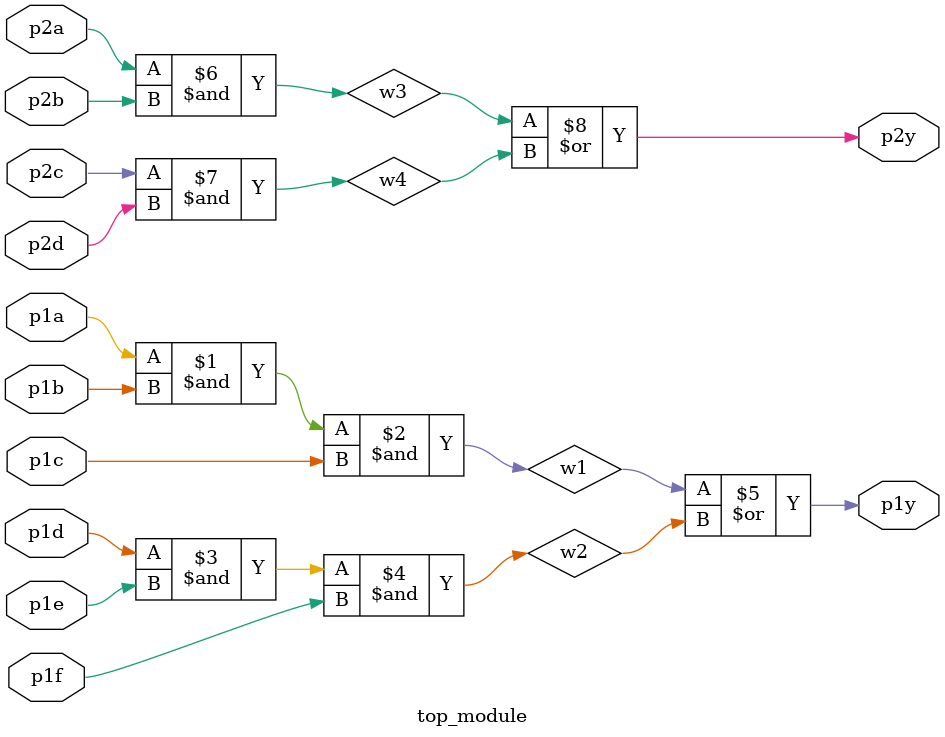
<source format=v>
/* 
    https://hdlbits.01xz.net/wiki/7458
*/

module top_module ( 
    input p1a, p1b, p1c, p1d, p1e, p1f,
    output p1y,
    input p2a, p2b, p2c, p2d,
    output p2y );
    wire w1, w2, w3, w4;
    assign w1 = p1a & p1b & p1c;
    assign w2 = p1d & p1e & p1f;
    assign p1y = w1 | w2;
    assign w3 = p2a & p2b;
    assign w4 = p2c & p2d;
    assign p2y = w3 | w4;
endmodule
</source>
